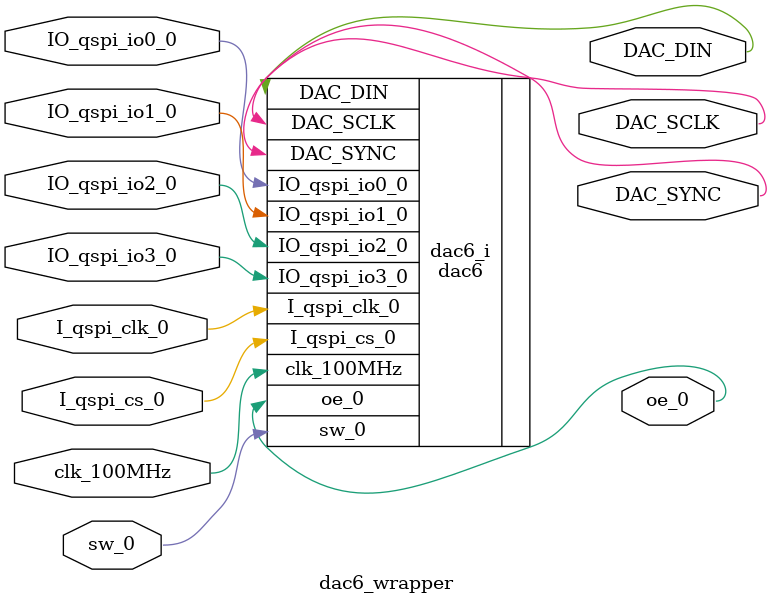
<source format=v>
`timescale 1 ps / 1 ps

module dac6_wrapper
   (DAC_DIN,
    DAC_SCLK,
    DAC_SYNC,
    IO_qspi_io0_0,
    IO_qspi_io1_0,
    IO_qspi_io2_0,
    IO_qspi_io3_0,
    I_qspi_clk_0,
    I_qspi_cs_0,
    clk_100MHz,
    oe_0,
    sw_0);
  output DAC_DIN;
  output DAC_SCLK;
  output DAC_SYNC;
  inout IO_qspi_io0_0;
  inout IO_qspi_io1_0;
  inout IO_qspi_io2_0;
  inout IO_qspi_io3_0;
  input I_qspi_clk_0;
  input I_qspi_cs_0;
  input clk_100MHz;
  output oe_0;
  input sw_0;

  wire DAC_DIN;
  wire DAC_SCLK;
  wire DAC_SYNC;
  wire IO_qspi_io0_0;
  wire IO_qspi_io1_0;
  wire IO_qspi_io2_0;
  wire IO_qspi_io3_0;
  wire I_qspi_clk_0;
  wire I_qspi_cs_0;
  wire clk_100MHz;
  wire oe_0;
  wire sw_0;

  dac6 dac6_i
       (.DAC_DIN(DAC_DIN),
        .DAC_SCLK(DAC_SCLK),
        .DAC_SYNC(DAC_SYNC),
        .IO_qspi_io0_0(IO_qspi_io0_0),
        .IO_qspi_io1_0(IO_qspi_io1_0),
        .IO_qspi_io2_0(IO_qspi_io2_0),
        .IO_qspi_io3_0(IO_qspi_io3_0),
        .I_qspi_clk_0(I_qspi_clk_0),
        .I_qspi_cs_0(I_qspi_cs_0),
        .clk_100MHz(clk_100MHz),
        .oe_0(oe_0),
        .sw_0(sw_0));
endmodule

</source>
